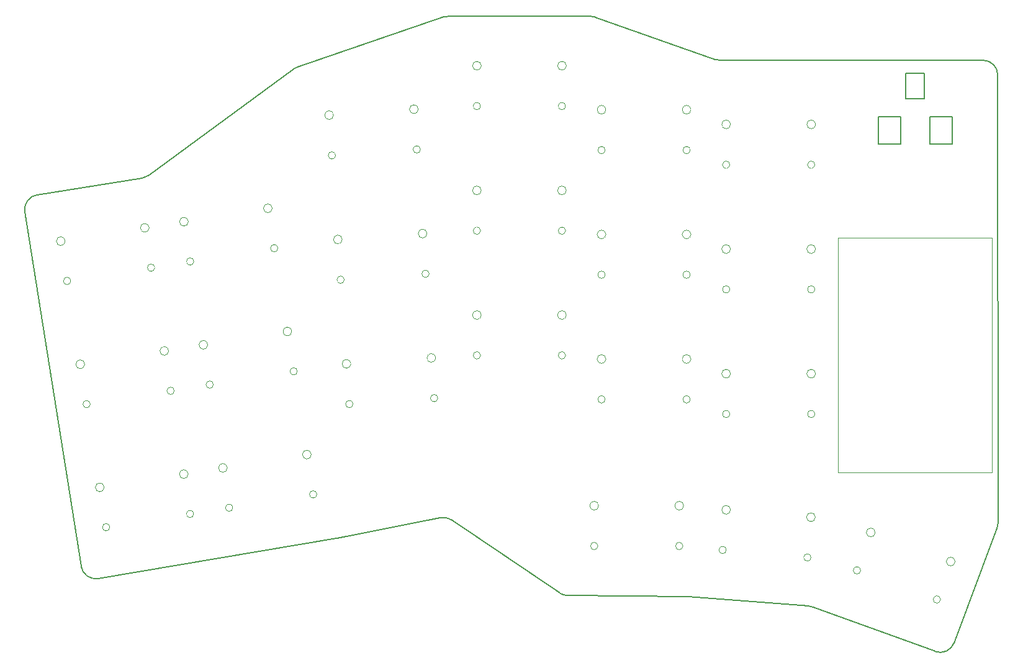
<source format=gbr>
%TF.GenerationSoftware,KiCad,Pcbnew,9.0.3*%
%TF.CreationDate,2025-09-20T00:38:34+02:00*%
%TF.ProjectId,reversible,72657665-7273-4696-926c-652e6b696361,v1.0.0*%
%TF.SameCoordinates,Original*%
%TF.FileFunction,Profile,NP*%
%FSLAX46Y46*%
G04 Gerber Fmt 4.6, Leading zero omitted, Abs format (unit mm)*
G04 Created by KiCad (PCBNEW 9.0.3) date 2025-09-20 00:38:34*
%MOMM*%
%LPD*%
G01*
G04 APERTURE LIST*
%TA.AperFunction,Profile*%
%ADD10C,0.150000*%
%TD*%
%TA.AperFunction,Profile*%
%ADD11C,0.050000*%
%TD*%
%TA.AperFunction,Profile*%
%ADD12C,0.100000*%
%TD*%
G04 APERTURE END LIST*
D10*
X217944958Y-102049450D02*
X212083119Y-117642066D01*
X175686988Y-111327557D02*
X159409063Y-111182902D01*
X218072879Y-101344849D02*
G75*
G02*
X217944967Y-102049453I-2000479J-751D01*
G01*
X95330188Y-108852419D02*
G75*
G02*
X93023452Y-107192928I-331388J1972319D01*
G01*
X212083119Y-117642066D02*
G75*
G02*
X209526998Y-118817667I-1872119J703866D01*
G01*
X162464375Y-32177555D02*
G75*
G02*
X163130008Y-32291588I-175J-2000745D01*
G01*
X175686988Y-111327557D02*
G75*
G02*
X175826246Y-111333659I-17588J-1993543D01*
G01*
X216047781Y-38177559D02*
G75*
G02*
X218047741Y-40176740I19J-1999941D01*
G01*
X180149545Y-38177556D02*
X216047781Y-38177559D01*
X192321564Y-112632772D02*
X175826246Y-111333656D01*
X158307886Y-110840684D02*
X143500492Y-100845691D01*
X141986693Y-100542756D02*
G75*
G02*
X143500489Y-100845696I394807J-1960844D01*
G01*
X127847102Y-103389284D02*
X95330188Y-108852419D01*
X102230486Y-53892296D02*
G75*
G02*
X101358997Y-54256064I-1184486J1611896D01*
G01*
X121942331Y-39406197D02*
G75*
G02*
X122479844Y-39125312I1184469J-1611903D01*
G01*
X127910586Y-103377566D02*
G75*
G02*
X127847102Y-103389283I-394986J1962266D01*
G01*
X93023439Y-107192930D02*
X85361100Y-58814807D01*
D11*
X217240000Y-94400000D02*
X196239998Y-94399999D01*
X196240001Y-62400002D01*
X217239999Y-62400002D01*
X217240000Y-94400000D01*
D10*
X218047781Y-40176740D02*
X218072879Y-101344849D01*
X102230486Y-53892296D02*
X121942331Y-39406197D01*
X142492466Y-32285055D02*
G75*
G02*
X143139320Y-32177559I646934J-1892945D01*
G01*
X87023606Y-56526561D02*
X101358996Y-54256058D01*
X122479839Y-39125298D02*
X142492466Y-32285055D01*
X141986693Y-100542756D02*
X127910586Y-103377566D01*
X209526999Y-118817664D02*
X192848578Y-112747211D01*
X163130013Y-32291574D02*
X179483906Y-38063541D01*
X143139320Y-32177557D02*
X162464375Y-32177555D01*
X159409063Y-111182902D02*
G75*
G02*
X158307883Y-110840689I17837J2000202D01*
G01*
X85361100Y-58814807D02*
G75*
G02*
X87023614Y-56526612I1975400J312807D01*
G01*
X192321564Y-112632772D02*
G75*
G02*
X192848574Y-112747222I-157064J-1993828D01*
G01*
X180149545Y-38177556D02*
G75*
G02*
X179483907Y-38063539I-45J1999756D01*
G01*
D12*
%TO.C,CPG1316*%
X112961923Y-93771327D02*
G75*
G02*
X111761923Y-93771327I-600000J0D01*
G01*
X111761923Y-93771327D02*
G75*
G02*
X112961923Y-93771327I600000J0D01*
G01*
X113722312Y-99203612D02*
G75*
G02*
X112722316Y-99203612I-499998J0D01*
G01*
X112722316Y-99203612D02*
G75*
G02*
X113722312Y-99203612I499998J0D01*
G01*
X124419114Y-91956688D02*
G75*
G02*
X123219102Y-91956688I-600006J0D01*
G01*
X123219102Y-91956688D02*
G75*
G02*
X124419114Y-91956688I600006J0D01*
G01*
X125179503Y-97388973D02*
G75*
G02*
X124179495Y-97388973I-500004J0D01*
G01*
X124179495Y-97388973D02*
G75*
G02*
X125179503Y-97388973I500004J0D01*
G01*
X164606960Y-78927555D02*
G75*
G02*
X163406954Y-78927555I-600003J0D01*
G01*
X163406954Y-78927555D02*
G75*
G02*
X164606960Y-78927555I600003J0D01*
G01*
X164506959Y-84427557D02*
G75*
G02*
X163506967Y-84427557I-499996J0D01*
G01*
X163506967Y-84427557D02*
G75*
G02*
X164506959Y-84427557I499996J0D01*
G01*
X176206960Y-78927561D02*
G75*
G02*
X175006946Y-78927561I-600007J0D01*
G01*
X175006946Y-78927561D02*
G75*
G02*
X176206960Y-78927561I600007J0D01*
G01*
X176106958Y-84427563D02*
G75*
G02*
X175106960Y-84427563I-499999J0D01*
G01*
X175106960Y-84427563D02*
G75*
G02*
X176106958Y-84427563I499999J0D01*
G01*
X127450165Y-45665102D02*
G75*
G02*
X126250163Y-45665102I-600001J0D01*
G01*
X126250163Y-45665102D02*
G75*
G02*
X127450165Y-45665102I600001J0D01*
G01*
X127733822Y-51151701D02*
G75*
G02*
X126733832Y-51151701I-499995J0D01*
G01*
X126733832Y-51151701D02*
G75*
G02*
X127733822Y-51151701I499995J0D01*
G01*
X139021908Y-44855929D02*
G75*
G02*
X137821902Y-44855929I-600003J0D01*
G01*
X137821902Y-44855929D02*
G75*
G02*
X139021908Y-44855929I600003J0D01*
G01*
X139305571Y-50342528D02*
G75*
G02*
X138305565Y-50342528I-500003J0D01*
G01*
X138305565Y-50342528D02*
G75*
G02*
X139305571Y-50342528I500003J0D01*
G01*
X163606962Y-98927553D02*
G75*
G02*
X162406956Y-98927553I-600003J0D01*
G01*
X162406956Y-98927553D02*
G75*
G02*
X163606962Y-98927553I600003J0D01*
G01*
X163506961Y-104427555D02*
G75*
G02*
X162506969Y-104427555I-499996J0D01*
G01*
X162506969Y-104427555D02*
G75*
G02*
X163506961Y-104427555I499996J0D01*
G01*
X175206962Y-98927559D02*
G75*
G02*
X174006948Y-98927559I-600007J0D01*
G01*
X174006948Y-98927559D02*
G75*
G02*
X175206962Y-98927559I600007J0D01*
G01*
X175106960Y-104427561D02*
G75*
G02*
X174106962Y-104427561I-499999J0D01*
G01*
X174106962Y-104427561D02*
G75*
G02*
X175106960Y-104427561I499999J0D01*
G01*
X93511836Y-79640000D02*
G75*
G02*
X92311836Y-79640000I-600000J0D01*
G01*
X92311836Y-79640000D02*
G75*
G02*
X93511836Y-79640000I600000J0D01*
G01*
X94272225Y-85072285D02*
G75*
G02*
X93272229Y-85072285I-499998J0D01*
G01*
X93272229Y-85072285D02*
G75*
G02*
X94272225Y-85072285I499998J0D01*
G01*
X104969027Y-77825361D02*
G75*
G02*
X103769015Y-77825361I-600006J0D01*
G01*
X103769015Y-77825361D02*
G75*
G02*
X104969027Y-77825361I600006J0D01*
G01*
X105729416Y-83257646D02*
G75*
G02*
X104729408Y-83257646I-500004J0D01*
G01*
X104729408Y-83257646D02*
G75*
G02*
X105729416Y-83257646I500004J0D01*
G01*
X181606965Y-46927556D02*
G75*
G02*
X180406959Y-46927556I-600003J0D01*
G01*
X180406959Y-46927556D02*
G75*
G02*
X181606965Y-46927556I600003J0D01*
G01*
X181506964Y-52427558D02*
G75*
G02*
X180506972Y-52427558I-499996J0D01*
G01*
X180506972Y-52427558D02*
G75*
G02*
X181506964Y-52427558I499996J0D01*
G01*
X193206965Y-46927562D02*
G75*
G02*
X192006951Y-46927562I-600007J0D01*
G01*
X192006951Y-46927562D02*
G75*
G02*
X193206965Y-46927562I600007J0D01*
G01*
X193106963Y-52427564D02*
G75*
G02*
X192106965Y-52427564I-499999J0D01*
G01*
X192106965Y-52427564D02*
G75*
G02*
X193106963Y-52427564I499999J0D01*
G01*
X128636031Y-62623687D02*
G75*
G02*
X127436029Y-62623687I-600001J0D01*
G01*
X127436029Y-62623687D02*
G75*
G02*
X128636031Y-62623687I600001J0D01*
G01*
X128919688Y-68110286D02*
G75*
G02*
X127919698Y-68110286I-499995J0D01*
G01*
X127919698Y-68110286D02*
G75*
G02*
X128919688Y-68110286I499995J0D01*
G01*
X140207774Y-61814514D02*
G75*
G02*
X139007768Y-61814514I-600003J0D01*
G01*
X139007768Y-61814514D02*
G75*
G02*
X140207774Y-61814514I600003J0D01*
G01*
X140491437Y-67301113D02*
G75*
G02*
X139491431Y-67301113I-500003J0D01*
G01*
X139491431Y-67301113D02*
G75*
G02*
X140491437Y-67301113I500003J0D01*
G01*
X129821887Y-79582281D02*
G75*
G02*
X128621885Y-79582281I-600001J0D01*
G01*
X128621885Y-79582281D02*
G75*
G02*
X129821887Y-79582281I600001J0D01*
G01*
X130105544Y-85068880D02*
G75*
G02*
X129105554Y-85068880I-499995J0D01*
G01*
X129105554Y-85068880D02*
G75*
G02*
X130105544Y-85068880I499995J0D01*
G01*
X141393630Y-78773108D02*
G75*
G02*
X140193624Y-78773108I-600003J0D01*
G01*
X140193624Y-78773108D02*
G75*
G02*
X141393630Y-78773108I600003J0D01*
G01*
X141677293Y-84259707D02*
G75*
G02*
X140677287Y-84259707I-500003J0D01*
G01*
X140677287Y-84259707D02*
G75*
G02*
X141677293Y-84259707I500003J0D01*
G01*
X164606964Y-44927550D02*
G75*
G02*
X163406958Y-44927550I-600003J0D01*
G01*
X163406958Y-44927550D02*
G75*
G02*
X164606964Y-44927550I600003J0D01*
G01*
X164506963Y-50427552D02*
G75*
G02*
X163506971Y-50427552I-499996J0D01*
G01*
X163506971Y-50427552D02*
G75*
G02*
X164506963Y-50427552I499996J0D01*
G01*
X176206964Y-44927556D02*
G75*
G02*
X175006950Y-44927556I-600007J0D01*
G01*
X175006950Y-44927556D02*
G75*
G02*
X176206964Y-44927556I600007J0D01*
G01*
X176106962Y-50427558D02*
G75*
G02*
X175106964Y-50427558I-499999J0D01*
G01*
X175106964Y-50427558D02*
G75*
G02*
X176106962Y-50427558I499999J0D01*
G01*
X147606961Y-55927552D02*
G75*
G02*
X146406955Y-55927552I-600003J0D01*
G01*
X146406955Y-55927552D02*
G75*
G02*
X147606961Y-55927552I600003J0D01*
G01*
X147506960Y-61427554D02*
G75*
G02*
X146506968Y-61427554I-499996J0D01*
G01*
X146506968Y-61427554D02*
G75*
G02*
X147506960Y-61427554I499996J0D01*
G01*
X159206961Y-55927558D02*
G75*
G02*
X158006947Y-55927558I-600007J0D01*
G01*
X158006947Y-55927558D02*
G75*
G02*
X159206961Y-55927558I600007J0D01*
G01*
X159106959Y-61427560D02*
G75*
G02*
X158106961Y-61427560I-499999J0D01*
G01*
X158106961Y-61427560D02*
G75*
G02*
X159106959Y-61427560I499999J0D01*
G01*
X181606963Y-63927556D02*
G75*
G02*
X180406957Y-63927556I-600003J0D01*
G01*
X180406957Y-63927556D02*
G75*
G02*
X181606963Y-63927556I600003J0D01*
G01*
X181506962Y-69427558D02*
G75*
G02*
X180506970Y-69427558I-499996J0D01*
G01*
X180506970Y-69427558D02*
G75*
G02*
X181506962Y-69427558I499996J0D01*
G01*
X193206963Y-63927562D02*
G75*
G02*
X192006949Y-63927562I-600007J0D01*
G01*
X192006949Y-63927562D02*
G75*
G02*
X193206963Y-63927562I600007J0D01*
G01*
X193106961Y-69427564D02*
G75*
G02*
X192106963Y-69427564I-499999J0D01*
G01*
X192106963Y-69427564D02*
G75*
G02*
X193106961Y-69427564I499999J0D01*
G01*
X164606958Y-61927555D02*
G75*
G02*
X163406952Y-61927555I-600003J0D01*
G01*
X163406952Y-61927555D02*
G75*
G02*
X164606958Y-61927555I600003J0D01*
G01*
X164506957Y-67427557D02*
G75*
G02*
X163506965Y-67427557I-499996J0D01*
G01*
X163506965Y-67427557D02*
G75*
G02*
X164506957Y-67427557I499996J0D01*
G01*
X176206958Y-61927561D02*
G75*
G02*
X175006944Y-61927561I-600007J0D01*
G01*
X175006944Y-61927561D02*
G75*
G02*
X176206958Y-61927561I600007J0D01*
G01*
X176106956Y-67427563D02*
G75*
G02*
X175106958Y-67427563I-499999J0D01*
G01*
X175106958Y-67427563D02*
G75*
G02*
X176106956Y-67427563I499999J0D01*
G01*
X90852448Y-62849303D02*
G75*
G02*
X89652448Y-62849303I-600000J0D01*
G01*
X89652448Y-62849303D02*
G75*
G02*
X90852448Y-62849303I600000J0D01*
G01*
X91612837Y-68281588D02*
G75*
G02*
X90612841Y-68281588I-499998J0D01*
G01*
X90612841Y-68281588D02*
G75*
G02*
X91612837Y-68281588I499998J0D01*
G01*
X102309639Y-61034664D02*
G75*
G02*
X101109627Y-61034664I-600006J0D01*
G01*
X101109627Y-61034664D02*
G75*
G02*
X102309639Y-61034664I600006J0D01*
G01*
X103070028Y-66466949D02*
G75*
G02*
X102070020Y-66466949I-500004J0D01*
G01*
X102070020Y-66466949D02*
G75*
G02*
X103070028Y-66466949I500004J0D01*
G01*
X147606966Y-38927555D02*
G75*
G02*
X146406960Y-38927555I-600003J0D01*
G01*
X146406960Y-38927555D02*
G75*
G02*
X147606966Y-38927555I600003J0D01*
G01*
X147506965Y-44427557D02*
G75*
G02*
X146506973Y-44427557I-499996J0D01*
G01*
X146506973Y-44427557D02*
G75*
G02*
X147506965Y-44427557I499996J0D01*
G01*
X159206966Y-38927561D02*
G75*
G02*
X158006952Y-38927561I-600007J0D01*
G01*
X158006952Y-38927561D02*
G75*
G02*
X159206966Y-38927561I600007J0D01*
G01*
X159106964Y-44427563D02*
G75*
G02*
X158106966Y-44427563I-499999J0D01*
G01*
X158106966Y-44427563D02*
G75*
G02*
X159106964Y-44427563I499999J0D01*
G01*
X181606963Y-80927552D02*
G75*
G02*
X180406957Y-80927552I-600003J0D01*
G01*
X180406957Y-80927552D02*
G75*
G02*
X181606963Y-80927552I600003J0D01*
G01*
X181506962Y-86427554D02*
G75*
G02*
X180506970Y-86427554I-499996J0D01*
G01*
X180506970Y-86427554D02*
G75*
G02*
X181506962Y-86427554I499996J0D01*
G01*
X193206963Y-80927558D02*
G75*
G02*
X192006949Y-80927558I-600007J0D01*
G01*
X192006949Y-80927558D02*
G75*
G02*
X193206963Y-80927558I600007J0D01*
G01*
X193106961Y-86427560D02*
G75*
G02*
X192106963Y-86427560I-499999J0D01*
G01*
X192106963Y-86427560D02*
G75*
G02*
X193106961Y-86427560I499999J0D01*
G01*
X107643149Y-60189910D02*
G75*
G02*
X106443149Y-60189910I-600000J0D01*
G01*
X106443149Y-60189910D02*
G75*
G02*
X107643149Y-60189910I600000J0D01*
G01*
X108403538Y-65622195D02*
G75*
G02*
X107403542Y-65622195I-499998J0D01*
G01*
X107403542Y-65622195D02*
G75*
G02*
X108403538Y-65622195I499998J0D01*
G01*
X119100340Y-58375271D02*
G75*
G02*
X117900328Y-58375271I-600006J0D01*
G01*
X117900328Y-58375271D02*
G75*
G02*
X119100340Y-58375271I600006J0D01*
G01*
X119860729Y-63807556D02*
G75*
G02*
X118860721Y-63807556I-500004J0D01*
G01*
X118860721Y-63807556D02*
G75*
G02*
X119860729Y-63807556I500004J0D01*
G01*
X199348194Y-107747705D02*
G75*
G02*
X198348206Y-107747705I-499994J0D01*
G01*
X198348206Y-107747705D02*
G75*
G02*
X199348194Y-107747705I499994J0D01*
G01*
X201329313Y-102579403D02*
G75*
G02*
X200129307Y-102579403I-600003J0D01*
G01*
X200129307Y-102579403D02*
G75*
G02*
X201329313Y-102579403I600003J0D01*
G01*
X210248620Y-111715137D02*
G75*
G02*
X209248632Y-111715137I-499994J0D01*
G01*
X209248632Y-111715137D02*
G75*
G02*
X210248620Y-111715137I499994J0D01*
G01*
X212229740Y-106546835D02*
G75*
G02*
X211029732Y-106546835I-600004J0D01*
G01*
X211029732Y-106546835D02*
G75*
G02*
X212229740Y-106546835I600004J0D01*
G01*
X147606964Y-72927554D02*
G75*
G02*
X146406958Y-72927554I-600003J0D01*
G01*
X146406958Y-72927554D02*
G75*
G02*
X147606964Y-72927554I600003J0D01*
G01*
X147506963Y-78427556D02*
G75*
G02*
X146506971Y-78427556I-499996J0D01*
G01*
X146506971Y-78427556D02*
G75*
G02*
X147506963Y-78427556I499996J0D01*
G01*
X159206964Y-72927560D02*
G75*
G02*
X158006950Y-72927560I-600007J0D01*
G01*
X158006950Y-72927560D02*
G75*
G02*
X159206964Y-72927560I600007J0D01*
G01*
X159106962Y-78427562D02*
G75*
G02*
X158106964Y-78427562I-499999J0D01*
G01*
X158106964Y-78427562D02*
G75*
G02*
X159106962Y-78427562I499999J0D01*
G01*
D10*
%TO.C,XIAOBLE*%
X201806961Y-45877559D02*
X204806961Y-45877559D01*
X201806961Y-49577559D02*
X201806961Y-45877559D01*
X204806961Y-45877559D02*
X204806961Y-49577559D01*
X204806961Y-49577559D02*
X201806961Y-49577559D01*
X205481961Y-39959059D02*
X208021961Y-39959059D01*
X205481961Y-43399059D02*
X205481961Y-39959059D01*
X208021961Y-43399059D02*
X205481961Y-43399059D01*
X208021961Y-43399059D02*
X208021961Y-39959059D01*
X208806961Y-45877560D02*
X208806961Y-49577559D01*
X208806961Y-49577559D02*
X211806961Y-49577559D01*
X211806961Y-45877559D02*
X208806961Y-45877560D01*
X211806961Y-49577559D02*
X211806961Y-45877559D01*
D12*
%TO.C,CPG1316*%
X96171224Y-96430707D02*
G75*
G02*
X94971224Y-96430707I-600000J0D01*
G01*
X94971224Y-96430707D02*
G75*
G02*
X96171224Y-96430707I600000J0D01*
G01*
X96931613Y-101862992D02*
G75*
G02*
X95931617Y-101862992I-499998J0D01*
G01*
X95931617Y-101862992D02*
G75*
G02*
X96931613Y-101862992I499998J0D01*
G01*
X107628415Y-94616068D02*
G75*
G02*
X106428403Y-94616068I-600006J0D01*
G01*
X106428403Y-94616068D02*
G75*
G02*
X107628415Y-94616068I600006J0D01*
G01*
X108388804Y-100048353D02*
G75*
G02*
X107388796Y-100048353I-500004J0D01*
G01*
X107388796Y-100048353D02*
G75*
G02*
X108388804Y-100048353I500004J0D01*
G01*
X110302544Y-76980616D02*
G75*
G02*
X109102544Y-76980616I-600000J0D01*
G01*
X109102544Y-76980616D02*
G75*
G02*
X110302544Y-76980616I600000J0D01*
G01*
X111062933Y-82412901D02*
G75*
G02*
X110062937Y-82412901I-499998J0D01*
G01*
X110062937Y-82412901D02*
G75*
G02*
X111062933Y-82412901I499998J0D01*
G01*
X121759735Y-75165977D02*
G75*
G02*
X120559723Y-75165977I-600006J0D01*
G01*
X120559723Y-75165977D02*
G75*
G02*
X121759735Y-75165977I600006J0D01*
G01*
X122520124Y-80598262D02*
G75*
G02*
X121520116Y-80598262I-500004J0D01*
G01*
X121520116Y-80598262D02*
G75*
G02*
X122520124Y-80598262I500004J0D01*
G01*
X181029039Y-104969919D02*
G75*
G02*
X180029035Y-104969919I-500002J0D01*
G01*
X180029035Y-104969919D02*
G75*
G02*
X181029039Y-104969919I500002J0D01*
G01*
X181608394Y-99490846D02*
G75*
G02*
X180408396Y-99490846I-599999J0D01*
G01*
X180408396Y-99490846D02*
G75*
G02*
X181608394Y-99490846I599999J0D01*
G01*
X192584901Y-105980920D02*
G75*
G02*
X191584901Y-105980920I-500000J0D01*
G01*
X191584901Y-105980920D02*
G75*
G02*
X192584901Y-105980920I500000J0D01*
G01*
X193164257Y-100501847D02*
G75*
G02*
X191964261Y-100501847I-599998J0D01*
G01*
X191964261Y-100501847D02*
G75*
G02*
X193164257Y-100501847I599998J0D01*
G01*
%TD*%
M02*

</source>
